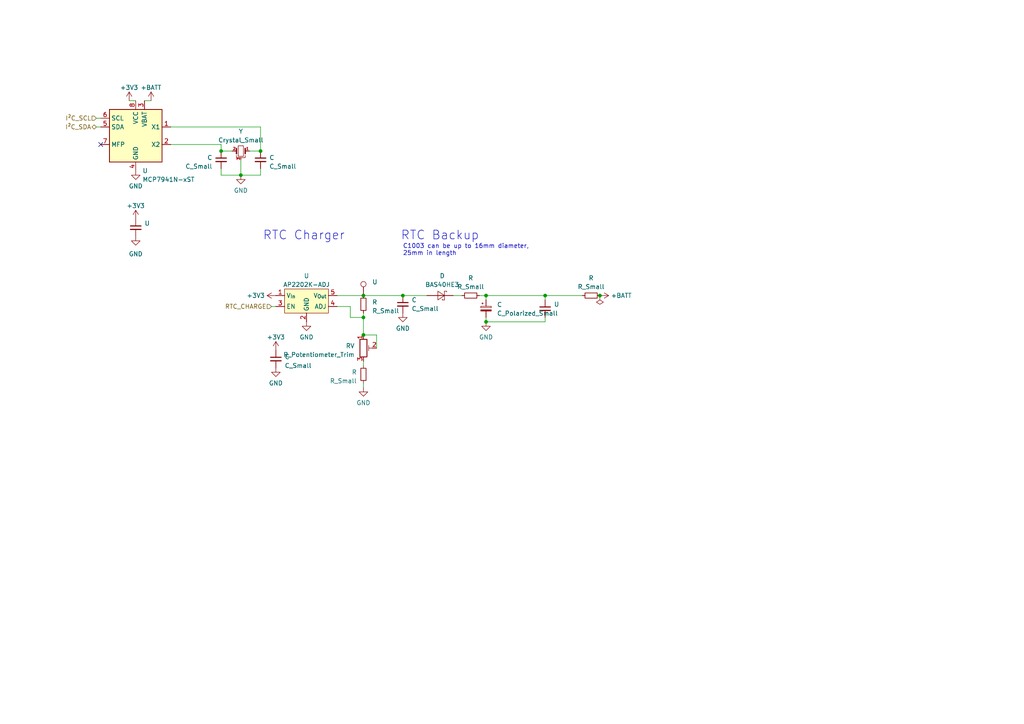
<source format=kicad_sch>
(kicad_sch (version 20220404) (generator eeschema)
  (paper "A4")
  (title_block (title "Programmable Load Controller") (date "2022-06-28") (rev "4"))
  (lib_symbols
    (symbol "Connector:TestPoint" (pin_numbers hide) (pin_names (offset 0.762) hide)
      (property "Reference" "TP" (at 0 6.858 0))
      (property "Value" "TestPoint" (at 0 5.08 0))
      (symbol "TestPoint_0_1"
        (circle (center 0 3.302) (radius 0.762))
      )
      (symbol "TestPoint_1_1"
        (pin passive line (at 0 0 90) (length 2.54) (name "1") (number "1"))
      )
    )
    (symbol "Device:C_Polarized_Small" (pin_numbers hide) (pin_names (offset 0.254) hide)
      (property "Reference" "C" (at 0.254 1.778 0))
      (property "Value" "C_Polarized_Small" (at 0.254 -2.032 0))
      (symbol "C_Polarized_Small_0_1"
        (rectangle (start -1.524 -0.3048) (end 1.524 -0.6858) (fill (type outline)))
        (rectangle (start -1.524 0.6858) (end 1.524 0.3048))
        (polyline (pts (xy -1.27 1.524) (xy -0.762 1.524)))
        (polyline (pts (xy -1.016 1.27) (xy -1.016 1.778)))
      )
      (symbol "C_Polarized_Small_1_1"
        (pin passive line (at 0 2.54 270) (length 1.8542) (name "~") (number "1"))
        (pin passive line (at 0 -2.54 90) (length 1.8542) (name "~") (number "2"))
      )
    )
    (symbol "Device:C_Small" (pin_numbers hide) (pin_names (offset 0.254) hide)
      (property "Reference" "C" (at 0.254 1.778 0))
      (property "Value" "C_Small" (at 0.254 -2.032 0))
      (symbol "C_Small_0_1"
        (polyline (pts (xy -1.524 -0.508) (xy 1.524 -0.508)) (stroke (width 0.3302)))
        (polyline (pts (xy -1.524 0.508) (xy 1.524 0.508)) (stroke (width 0.3048)))
      )
      (symbol "C_Small_1_1"
        (pin passive line (at 0 2.54 270) (length 2.032) (name "~") (number "1"))
        (pin passive line (at 0 -2.54 90) (length 2.032) (name "~") (number "2"))
      )
    )
    (symbol "Device:Crystal_GND3_Small" (pin_names (offset 1.016) hide)
      (property "Reference" "Y" (at 0 5.08 0))
      (property "Value" "Crystal_GND3_Small" (at 0 3.175 0))
      (symbol "Crystal_GND3_Small_0_1"
        (rectangle (start -0.762 -1.524) (end 0.762 1.524))
        (polyline (pts (xy -1.27 -0.762) (xy -1.27 0.762)) (stroke (width 0.381)))
        (polyline (pts (xy 1.27 -0.762) (xy 1.27 0.762)) (stroke (width 0.381)))
        (polyline (pts (xy -1.27 -1.27) (xy -1.27 -1.905) (xy 1.27 -1.905) (xy 1.27 -1.27)))
      )
      (symbol "Crystal_GND3_Small_1_1"
        (pin passive line (at -2.54 0 0) (length 1.27) (name "1") (number "1"))
        (pin passive line (at 2.54 0 180) (length 1.27) (name "2") (number "2"))
        (pin passive line (at 0 -2.54 90) (length 0.635) (name "3") (number "3"))
      )
    )
    (symbol "Device:R_Potentiometer_Trim" (pin_names (offset 1.016) hide)
      (property "Reference" "RV" (at -4.445 0 90))
      (property "Value" "R_Potentiometer_Trim" (at -2.54 0 90))
      (symbol "R_Potentiometer_Trim_0_1"
        (polyline (pts (xy 1.524 0.762) (xy 1.524 -0.762)))
        (polyline (pts (xy 2.54 0) (xy 1.524 0)))
        (rectangle (start 1.016 2.54) (end -1.016 -2.54) (stroke (width 0.254)))
      )
      (symbol "R_Potentiometer_Trim_1_1"
        (pin passive line (at 0 3.81 270) (length 1.27) (name "1") (number "1"))
        (pin passive line (at 3.81 0 180) (length 1.27) (name "2") (number "2"))
        (pin passive line (at 0 -3.81 90) (length 1.27) (name "3") (number "3"))
      )
    )
    (symbol "Device:R_Small" (pin_numbers hide) (pin_names (offset 0.254) hide)
      (property "Reference" "R" (at 0.762 0.508 0))
      (property "Value" "R_Small" (at 0.762 -1.016 0))
      (symbol "R_Small_0_1"
        (rectangle (start -0.762 1.778) (end 0.762 -1.778) (stroke (width 0.2032)))
      )
      (symbol "R_Small_1_1"
        (pin passive line (at 0 2.54 270) (length 0.762) (name "~") (number "1"))
        (pin passive line (at 0 -2.54 90) (length 0.762) (name "~") (number "2"))
      )
    )
    (symbol "power:+3V3" (power) (pin_names (offset 0))
      (property "Value" "+3V3" (at 0 3.556 0))
      (symbol "+3V3_0_1"
        (polyline (pts (xy -0.762 1.27) (xy 0 2.54)))
        (polyline (pts (xy 0 0) (xy 0 2.54)))
        (polyline (pts (xy 0 2.54) (xy 0.762 1.27)))
      )
      (symbol "+3V3_1_1"
        (pin power_in line (at 0 0 90) (length 0) hide (name "+3V3") (number "1"))
      )
    )
    (symbol "power:+BATT" (power) (pin_names (offset 0))
      (property "Value" "+BATT" (at 0 3.556 0))
      (symbol "+BATT_0_1"
        (polyline (pts (xy -0.762 1.27) (xy 0 2.54)))
        (polyline (pts (xy 0 0) (xy 0 2.54)))
        (polyline (pts (xy 0 2.54) (xy 0.762 1.27)))
      )
      (symbol "+BATT_1_1"
        (pin power_in line (at 0 0 90) (length 0) hide (name "+BATT") (number "1"))
      )
    )
    (symbol "power:GND" (power) (pin_names (offset 0))
      (property "Value" "GND" (at 0 -3.81 0))
      (symbol "GND_0_1"
        (polyline (pts (xy 0 0) (xy 0 -1.27) (xy 1.27 -1.27) (xy 0 -2.54) (xy -1.27 -1.27) (xy 0 -1.27)))
      )
      (symbol "GND_1_1"
        (pin power_in line (at 0 0 270) (length 0) hide (name "GND") (number "1"))
      )
    )
    (symbol "power:PWR_FLAG" (power) (pin_numbers hide) (pin_names (offset 0) hide)
      (property "Value" "PWR_FLAG" (at 0 3.81 0))
      (symbol "PWR_FLAG_0_0"
        (pin power_out line (at 0 0 90) (length 0) (name "pwr") (number "1"))
      )
      (symbol "PWR_FLAG_0_1"
        (polyline (pts (xy 0 0) (xy 0 1.27) (xy -1.016 1.905) (xy 0 2.54) (xy 1.016 1.905) (xy 0 1.27)))
      )
    )
    (symbol "programmable-load:AP2202K-ADJ"
      (property "Reference" "U" (at 0 3.175 0))
      (property "Value" "AP2202K-ADJ" (at 0 1.27 0))
      (symbol "AP2202K-ADJ_0_1"
        (rectangle (start -6.35 0) (end 6.35 -6.985) (fill (type background)))
      )
      (symbol "AP2202K-ADJ_1_1"
        (pin power_in line (at -8.89 -1.905 0) (length 2.54) (name "V_{In}") (number "1"))
        (pin passive line (at 0 -9.525 90) (length 2.54) (name "GND") (number "2"))
        (pin input line (at -8.89 -5.08 0) (length 2.54) (name "EN") (number "3"))
        (pin passive line (at 8.89 -5.08 180) (length 2.54) (name "ADJ") (number "4"))
        (pin power_out line (at 8.89 -1.905 180) (length 2.54) (name "V_{Out}") (number "5"))
      )
    )
    (symbol "programmable-load:BAS40HE3" (pin_names (offset 1.016))
      (property "Reference" "D" (at -3.81 8.89 0))
      (property "Value" "BAS40HE3" (at -3.81 6.35 0))
      (symbol "BAS40HE3_0_1"
        (polyline (pts (xy -3.175 1.27) (xy -3.175 1.524)))
        (polyline (pts (xy -2.54 1.27) (xy -3.175 1.27)))
        (polyline (pts (xy -2.54 1.27) (xy -2.54 3.81)))
        (polyline (pts (xy -2.54 3.81) (xy -1.905 3.81)))
        (polyline (pts (xy -1.905 3.81) (xy -1.905 3.556)))
        (polyline (pts (xy -4.445 3.81) (xy -4.445 1.27) (xy -2.54 2.54) (xy -4.445 3.81)))
      )
      (symbol "BAS40HE3_1_1"
        (pin passive line (at -7.62 2.54 0) (length 3.81) (name "~") (number "1"))
        (pin passive line (at 0 2.54 180) (length 3.81) (name "~") (number "3"))
      )
    )
    (symbol "programmable-load:MCP7941N-xST"
      (property "Reference" "U" (at -6.35 8.89 0))
      (property "Value" "MCP7941N-xST" (at 11.43 8.89 0))
      (symbol "MCP7941N-xST_0_1"
        (rectangle (start -7.62 7.62) (end 7.62 -7.62) (stroke (width 0.254)) (fill (type background)))
      )
      (symbol "MCP7941N-xST_1_1"
        (pin input line (at 10.16 2.54 180) (length 2.54) (name "X1") (number "1"))
        (pin output line (at 10.16 -2.54 180) (length 2.54) (name "X2") (number "2"))
        (pin power_in line (at 2.54 10.16 270) (length 2.54) (name "VBAT") (number "3"))
        (pin power_in line (at 0 -10.16 90) (length 2.54) (name "GND") (number "4"))
        (pin bidirectional line (at -10.16 2.54 0) (length 2.54) (name "SDA") (number "5"))
        (pin input line (at -10.16 5.08 0) (length 2.54) (name "SCL") (number "6"))
        (pin open_collector line (at -10.16 -2.54 0) (length 2.54) (name "MFP") (number "7"))
        (pin power_in line (at 0 10.16 270) (length 2.54) (name "VCC") (number "8"))
      )
    )
  )
  (junction (at 140.97 93.345))
  (junction (at 75.565 43.815))
  (junction (at 116.84 85.725))
  (junction (at 105.41 97.155))
  (junction (at 64.135 43.815))
  (junction (at 69.85 50.8))
  (junction (at 105.41 85.725))
  (junction (at 173.99 85.725))
  (junction (at 140.97 85.725))
  (junction (at 105.41 92.075))
  (junction (at 158.115 85.725))
  (no_connect (at 29.21 41.91))
  (wire (pts (xy 109.22 97.155) (xy 105.41 97.155)))
  (wire (pts (xy 49.53 36.83) (xy 75.565 36.83)))
  (wire (pts (xy 158.115 85.725) (xy 158.115 86.995)))
  (wire (pts (xy 158.115 93.345) (xy 158.115 92.075)))
  (wire (pts (xy 75.565 50.8) (xy 75.565 48.895)))
  (wire (pts (xy 140.97 93.345) (xy 158.115 93.345)))
  (wire (pts (xy 105.41 92.075) (xy 105.41 90.805)))
  (wire (pts (xy 72.39 43.815) (xy 75.565 43.815)))
  (wire (pts (xy 139.065 85.725) (xy 140.97 85.725)))
  (wire (pts (xy 140.97 92.075) (xy 140.97 93.345)))
  (wire (pts (xy 37.465 29.21) (xy 39.37 29.21)))
  (wire (pts (xy 49.53 41.91) (xy 64.135 41.91)))
  (wire (pts (xy 97.79 88.9) (xy 101.6 88.9)))
  (wire (pts (xy 97.79 85.725) (xy 105.41 85.725)))
  (wire (pts (xy 64.135 50.8) (xy 69.85 50.8)))
  (wire (pts (xy 116.84 85.725) (xy 123.825 85.725)))
  (wire (pts (xy 140.97 85.725) (xy 140.97 86.995)))
  (wire (pts (xy 69.85 46.355) (xy 69.85 50.8)))
  (wire (pts (xy 105.41 104.775) (xy 105.41 106.045)))
  (wire (pts (xy 69.85 50.8) (xy 75.565 50.8)))
  (wire (pts (xy 105.41 92.075) (xy 105.41 97.155)))
  (wire (pts (xy 140.97 85.725) (xy 158.115 85.725)))
  (wire (pts (xy 64.135 48.895) (xy 64.135 50.8)))
  (wire (pts (xy 75.565 36.83) (xy 75.565 43.815)))
  (wire (pts (xy 64.135 43.815) (xy 67.31 43.815)))
  (wire (pts (xy 41.91 29.21) (xy 43.815 29.21)))
  (wire (pts (xy 105.41 85.725) (xy 116.84 85.725)))
  (wire (pts (xy 105.41 111.125) (xy 105.41 112.395)))
  (wire (pts (xy 158.115 85.725) (xy 168.91 85.725)))
  (wire (pts (xy 131.445 85.725) (xy 133.985 85.725)))
  (wire (pts (xy 101.6 88.9) (xy 101.6 92.075)))
  (wire (pts (xy 101.6 92.075) (xy 105.41 92.075)))
  (wire (pts (xy 64.135 41.91) (xy 64.135 43.815)))
  (wire (pts (xy 109.22 100.965) (xy 109.22 97.155)))
  (wire (pts (xy 27.94 34.29) (xy 29.21 34.29)))
  (wire (pts (xy 27.94 36.83) (xy 29.21 36.83)))
  (wire (pts (xy 78.74 88.9) (xy 80.01 88.9)))
  (text "RTC Charger" (at 76.2 69.85 0) (effects (font (size 2.54 2.54)) (justify left bottom)))
  (text "RTC Backup" (at 116.205 69.85 0) (effects (font (size 2.54 2.54)) (justify left bottom)))
  (text "C1003 can be up to 16mm diameter,\n25mm in length" (at 116.84 74.295 0) (effects (font (size 1.27 1.27)) (justify left bottom)))
  (hierarchical_label "RTC_CHARGE" (shape input) (at 78.74 88.9 180))
  (hierarchical_label "I²C_SDA" (shape bidirectional) (at 27.94 36.83 180))
  (hierarchical_label "I²C_SCL" (shape input) (at 27.94 34.29 180))
  (symbol (lib_id "Device:C_Small") (at 80.01 104.14 0) (unit 1)
    (default_instance (reference "C") (unit 1) (value "C_Small") (footprint ""))
    (property "Reference" "C" (at 82.55 103.5113 0) (effects (justify left)))
    (property "Value" "C_Small" (at 82.55 106.0513 0) (effects (justify left)))
    (property "MPN" "CL10B105KP8NFNC" (effects hide))
    (property "JLCPCB" "C15849" (effects hide))
  )
  (symbol (lib_id "power:GND") (at 39.37 49.53 0) (unit 1)
    (default_instance (reference "#PWR") (unit 1) (value "GND") (footprint ""))
    (property "Reference" "#PWR" (effects hide))
    (property "Value" "GND" (at 39.37 53.975 0))
  )
  (symbol (lib_id "power:GND") (at 116.84 90.805 0) (unit 1)
    (default_instance (reference "#PWR") (unit 1) (value "GND") (footprint ""))
    (property "Reference" "#PWR" (effects hide))
    (property "Value" "GND" (at 116.84 95.25 0))
  )
  (symbol (lib_id "power:+3V3") (at 39.37 63.5 0) (unit 1)
    (default_instance (reference "#PWR") (unit 1) (value "+3V3") (footprint ""))
    (property "Reference" "#PWR" (effects hide))
    (property "Value" "+3V3" (at 39.37 59.69 0))
  )
  (symbol (lib_id "power:PWR_FLAG") (at 173.99 85.725 180) (unit 1)
    (default_instance (reference "#FLG") (unit 1) (value "PWR_FLAG") (footprint ""))
    (property "Reference" "#FLG" (effects hide))
    (property "Value" "PWR_FLAG" (effects hide))
  )
  (symbol (lib_id "Device:R_Small") (at 105.41 88.265 0) (unit 1)
    (default_instance (reference "R") (unit 1) (value "R_Small") (footprint ""))
    (property "Reference" "R" (at 107.95 87.63 0) (effects (justify left)))
    (property "Value" "R_Small" (at 107.95 90.17 0) (effects (justify left)))
    (property "JLCPCB" "C25804" (effects hide))
  )
  (symbol (lib_id "power:+3V3") (at 80.01 85.725 90) (unit 1)
    (default_instance (reference "#PWR") (unit 1) (value "+3V3") (footprint ""))
    (property "Reference" "#PWR" (effects hide))
    (property "Value" "+3V3" (at 76.835 85.725 90) (effects (justify left)))
  )
  (symbol (lib_id "Device:C_Small") (at 116.84 88.265 0) (unit 1)
    (default_instance (reference "C") (unit 1) (value "C_Small") (footprint ""))
    (property "Reference" "C" (at 119.38 86.995 0) (effects (justify left)))
    (property "Value" "C_Small" (at 119.38 89.535 0) (effects (justify left)))
    (property "JLCPCB" "C15850" (effects hide))
  )
  (symbol (lib_id "Device:R_Potentiometer_Trim") (at 105.41 100.965 0) (unit 1)
    (default_instance (reference "RV") (unit 1) (value "R_Potentiometer_Trim") (footprint ""))
    (property "Reference" "RV" (at 102.87 100.33 0) (effects (justify right)))
    (property "Value" "R_Potentiometer_Trim" (at 102.87 102.87 0) (effects (justify right)))
    (property "MPN" "CT-94EY103" (effects hide))
  )
  (symbol (lib_id "power:GND") (at 69.85 50.8 0) (unit 1)
    (default_instance (reference "#PWR") (unit 1) (value "GND") (footprint ""))
    (property "Reference" "#PWR" (effects hide))
    (property "Value" "GND" (at 69.85 55.245 0))
  )
  (symbol (lib_id "programmable-load:MCP7941N-xST") (at 39.37 39.37 0) (unit 1)
    (default_instance (reference "U") (unit 1) (value "MCP7941N-xST") (footprint ""))
    (property "Reference" "U" (at 41.3259 49.53 0) (effects (justify left)))
    (property "Value" "MCP7941N-xST" (at 41.3259 52.07 0) (effects (justify left)))
    (property "Datasheet" "https://ww1.microchip.com/downloads/en/DeviceDoc/MCP79410-MCP79411-MCP79412-Battery-Backed%20I2C-RTCC-20002266J.pdf" (effects hide))
    (property "MPN" "MCP79401-I/MS" (effects hide))
  )
  (symbol (lib_id "power:GND") (at 105.41 112.395 0) (unit 1)
    (default_instance (reference "#PWR") (unit 1) (value "GND") (footprint ""))
    (property "Reference" "#PWR" (effects hide))
    (property "Value" "GND" (at 105.41 116.84 0))
  )
  (symbol (lib_id "Device:R_Small") (at 171.45 85.725 90) (unit 1)
    (default_instance (reference "R") (unit 1) (value "R_Small") (footprint ""))
    (property "Reference" "R" (at 171.45 80.645 90))
    (property "Value" "R_Small" (at 171.45 83.185 90))
    (property "JLCPCB" "C23138" (effects hide))
  )
  (symbol (lib_id "power:+3V3") (at 80.01 101.6 0) (unit 1)
    (default_instance (reference "#PWR") (unit 1) (value "+3V3") (footprint ""))
    (property "Reference" "#PWR" (effects hide))
    (property "Value" "+3V3" (at 80.01 97.79 0))
  )
  (symbol (lib_id "Device:R_Small") (at 105.41 108.585 0) (mirror y) (unit 1)
    (default_instance (reference "R") (unit 1) (value "R_Small") (footprint ""))
    (property "Reference" "R" (at 103.505 107.95 0) (effects (justify left)))
    (property "Value" "R_Small" (at 103.505 110.49 0) (effects (justify left)))
    (property "JLCPCB" "C22978" (effects hide))
  )
  (symbol (lib_id "power:+BATT") (at 173.99 85.725 270) (unit 1)
    (default_instance (reference "#PWR") (unit 1) (value "+BATT") (footprint ""))
    (property "Reference" "#PWR" (effects hide))
    (property "Value" "+BATT" (at 177.165 85.725 90) (effects (justify left)))
  )
  (symbol (lib_id "power:+3V3") (at 37.465 29.21 0) (unit 1)
    (default_instance (reference "#PWR") (unit 1) (value "+3V3") (footprint ""))
    (property "Reference" "#PWR" (effects hide))
    (property "Value" "+3V3" (at 37.465 25.4 0))
  )
  (symbol (lib_id "Device:C_Small") (at 158.115 89.535 0) (unit 1)
    (default_instance (reference "U") (unit 1) (value "") (footprint ""))
    (property "Reference" "U" (at 160.655 88.2712 0) (effects (justify left)))
    (property "JLCPCB" "C14663" (effects hide))
  )
  (symbol (lib_id "Device:C_Small") (at 64.135 46.355 0) (mirror y) (unit 1)
    (default_instance (reference "C") (unit 1) (value "C_Small") (footprint ""))
    (property "Reference" "C" (at 61.595 45.7263 0) (effects (justify left)))
    (property "Value" "C_Small" (at 61.595 48.2663 0) (effects (justify left)))
    (property "JLCPCB" "C1679" (effects hide))
  )
  (symbol (lib_id "Device:Crystal_GND3_Small") (at 69.85 43.815 0) (mirror y) (unit 1)
    (default_instance (reference "Y") (unit 1) (value "Crystal_Small") (footprint ""))
    (property "Reference" "Y" (at 69.85 38.1 0))
    (property "Value" "Crystal_Small" (at 69.85 40.64 0))
    (property "MPN" "AB26T-32.768KHZ-6-B" (effects hide))
  )
  (symbol (lib_id "power:GND") (at 140.97 93.345 0) (unit 1)
    (default_instance (reference "#PWR") (unit 1) (value "GND") (footprint ""))
    (property "Reference" "#PWR" (effects hide))
    (property "Value" "GND" (at 140.97 97.79 0))
  )
  (symbol (lib_id "power:+BATT") (at 43.815 29.21 0) (unit 1)
    (default_instance (reference "#PWR") (unit 1) (value "+BATT") (footprint ""))
    (property "Reference" "#PWR" (effects hide))
    (property "Value" "+BATT" (at 43.815 25.4 0))
  )
  (symbol (lib_id "programmable-load:BAS40HE3") (at 131.445 88.265 0) (unit 1)
    (default_instance (reference "D") (unit 1) (value "BAS40HE3") (footprint "Package_TO_SOT_SMD:SOT-23"))
    (property "Reference" "D" (at 128.27 80.01 0))
    (property "Value" "BAS40HE3" (at 128.27 82.55 0))
    (property "Footprint" "Package_TO_SOT_SMD:SOT-23" (effects hide))
    (property "Datasheet" "https://www.mouser.com/datasheet/2/258/BAS40HE3_SOT_23_-1957687.pdf" (effects hide))
    (property "MPN" "BAS40HE3-TP" (effects hide))
  )
  (symbol (lib_id "power:GND") (at 80.01 106.68 0) (unit 1)
    (default_instance (reference "#PWR") (unit 1) (value "GND") (footprint ""))
    (property "Reference" "#PWR" (effects hide))
    (property "Value" "GND" (at 80.01 111.125 0))
  )
  (symbol (lib_id "Device:R_Small") (at 136.525 85.725 90) (unit 1)
    (default_instance (reference "R") (unit 1) (value "R_Small") (footprint ""))
    (property "Reference" "R" (at 136.525 80.645 90))
    (property "Value" "R_Small" (at 136.525 83.185 90))
    (property "JLCPCB" "C23138" (effects hide))
  )
  (symbol (lib_id "Device:C_Small") (at 75.565 46.355 0) (unit 1)
    (default_instance (reference "C") (unit 1) (value "C_Small") (footprint ""))
    (property "Reference" "C" (at 78.105 45.7263 0) (effects (justify left)))
    (property "Value" "C_Small" (at 78.105 48.2663 0) (effects (justify left)))
    (property "JLCPCB" "C1679" (effects hide))
  )
  (symbol (lib_id "Device:C_Small") (at 39.37 66.04 0) (unit 1)
    (default_instance (reference "U") (unit 1) (value "") (footprint ""))
    (property "Reference" "U" (at 41.91 64.7762 0) (effects (justify left)))
    (property "JLCPCB" "C14663" (effects hide))
  )
  (symbol (lib_id "Device:C_Polarized_Small") (at 140.97 89.535 0) (unit 1)
    (default_instance (reference "C") (unit 1) (value "C_Polarized_Small") (footprint ""))
    (property "Reference" "C" (at 144.145 88.3539 0) (effects (justify left)))
    (property "Value" "C_Polarized_Small" (at 144.145 90.8939 0) (effects (justify left)))
  )
  (symbol (lib_id "power:GND") (at 88.9 93.345 0) (unit 1)
    (default_instance (reference "#PWR") (unit 1) (value "GND") (footprint ""))
    (property "Reference" "#PWR" (effects hide))
    (property "Value" "GND" (at 88.9 97.79 0))
  )
  (symbol (lib_id "Connector:TestPoint") (at 105.41 85.725 0) (mirror y) (unit 1)
    (default_instance (reference "U") (unit 1) (value "") (footprint ""))
    (property "Reference" "U" (at 107.95 81.788 0) (effects (justify right)))
    (property "Color" "Red" (effects hide))
    (property "MPN" "5000" (effects hide))
  )
  (symbol (lib_id "power:GND") (at 39.37 68.58 0) (unit 1)
    (default_instance (reference "#PWR") (unit 1) (value "GND") (footprint ""))
    (property "Reference" "#PWR" (effects hide))
    (property "Value" "GND" (at 39.37 73.66 0))
  )
  (symbol (lib_id "programmable-load:AP2202K-ADJ") (at 88.9 83.82 0) (unit 1)
    (default_instance (reference "U") (unit 1) (value "AP2202K-ADJ") (footprint "Package_TO_SOT_SMD:SOT-23-5_HandSoldering"))
    (property "Reference" "U" (at 88.9 80.01 0))
    (property "Value" "AP2202K-ADJ" (at 88.9 82.55 0))
    (property "Footprint" "Package_TO_SOT_SMD:SOT-23-5_HandSoldering" (effects hide))
    (property "Datasheet" "https://www.diodes.com/assets/Datasheets/AP2202.pdf" (effects hide))
    (property "MPN" "AP2202K-ADJTRG1" (effects hide))
  )
)
</source>
